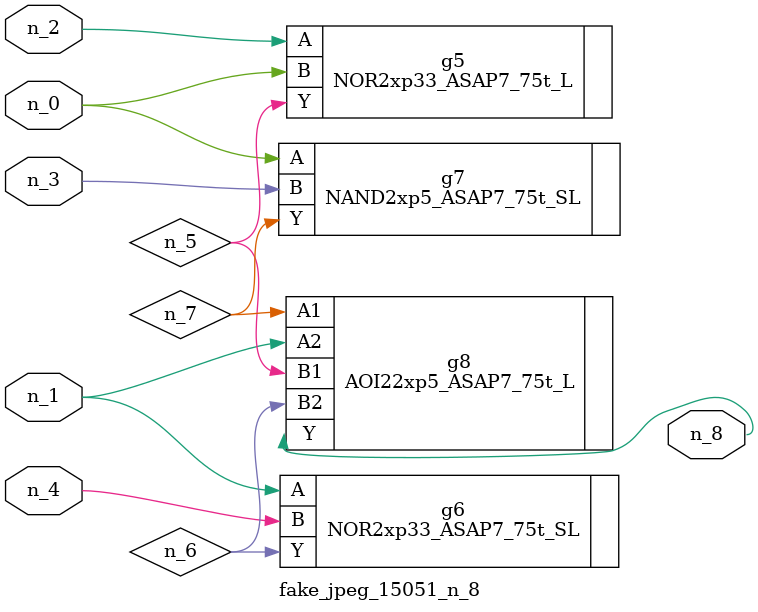
<source format=v>
module fake_jpeg_15051_n_8 (n_3, n_2, n_1, n_0, n_4, n_8);

input n_3;
input n_2;
input n_1;
input n_0;
input n_4;

output n_8;

wire n_6;
wire n_5;
wire n_7;

NOR2xp33_ASAP7_75t_L g5 ( 
.A(n_2),
.B(n_0),
.Y(n_5)
);

NOR2xp33_ASAP7_75t_SL g6 ( 
.A(n_1),
.B(n_4),
.Y(n_6)
);

NAND2xp5_ASAP7_75t_SL g7 ( 
.A(n_0),
.B(n_3),
.Y(n_7)
);

AOI22xp5_ASAP7_75t_L g8 ( 
.A1(n_7),
.A2(n_1),
.B1(n_5),
.B2(n_6),
.Y(n_8)
);


endmodule
</source>
